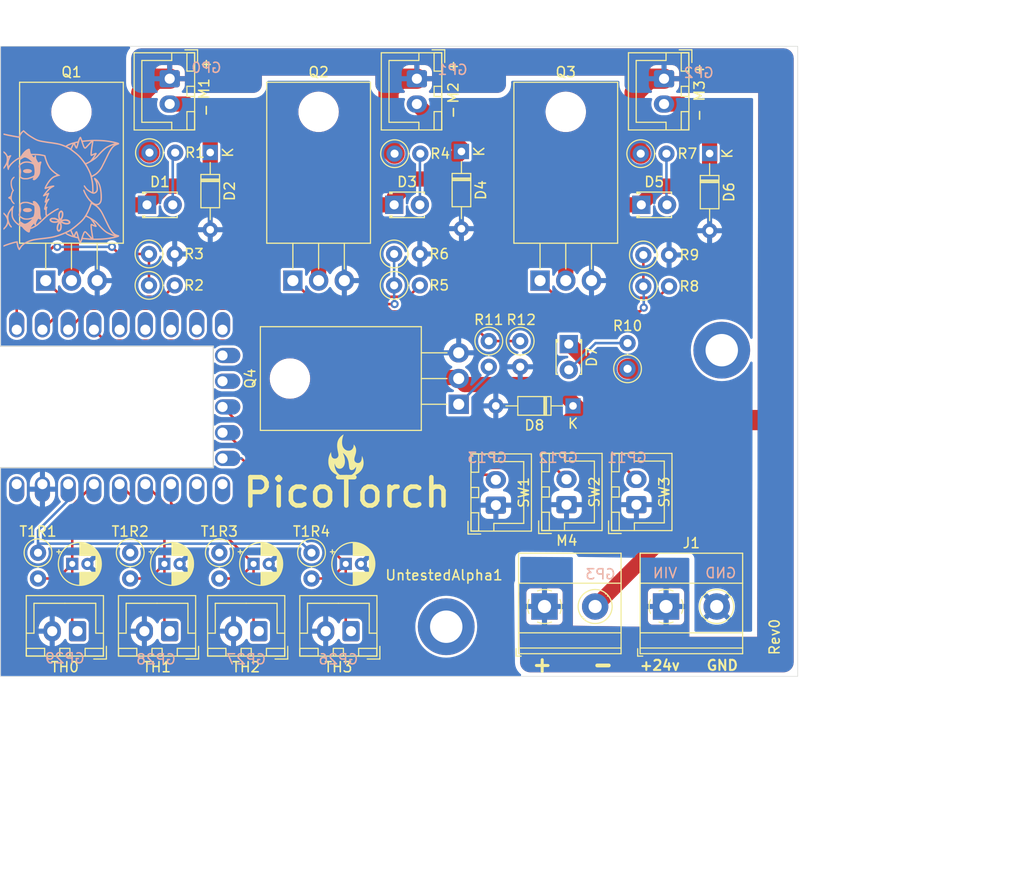
<source format=kicad_pcb>
(kicad_pcb (version 20221018) (generator pcbnew)
  (layers (0 "F.Cu" signal) (31 "B.Cu" signal) (34 "B.Paste" user) (35 "F.Paste" user) (36 "B.SilkS" user "B.Silkscreen") (37 "F.SilkS" user "F.Silkscreen") (38 "B.Mask" user) (39 "F.Mask" user) (44 "Edge.Cuts" user))
  (net 0 "")
  (net 1 "/Thermistor3")
  (net 2 "/Thermistor2")
  (net 3 "/Thermistor1")
  (net 4 "/Thermistor0")
  (net 5 "/Mosfet0")
  (net 6 "Net-(D1-A)")
  (net 7 "/Mosfet1")
  (net 8 "Net-(D3-A)")
  (net 9 "Net-(Q1-G)")
  (net 10 "Net-(Q2-G)")
  (net 11 "Net-(Q3-G)")
  (net 12 "/Vin")
  (net 13 "Net-(Q4-G)")
  (net 14 "/Mosfet2")
  (net 15 "/Mosfet3")
  (net 16 "/M0")
  (net 17 "/M2")
  (net 18 "GND")
  (net 19 "/M1")
  (net 20 "/M3")
  (net 28 "/GP13")
  (net 29 "/GP12")
  (net 30 "/GP11")
  (net 33 "+3.3V")
  (net 34 "+5V")
  (net 35 "Net-(D5-A)")
  (net 36 "Net-(D7-A)")
  (footprint "LED_THT:LED_D1.8mm_W3.3mm_H2.4mm" (layer "F.Cu") (at 103.06 48.85)
    (fp_text reference "D5" (at 1.27 -2.26) (layer "F.SilkS"))
    (fp_text value "LED")
    (pad "1" thru_hole rect (at 0 0) (size 1.8 1.8) (drill 0.9) (layers "*.Cu" "*.Mask") (net 14 "/Mosfet2"))
    (pad "2" thru_hole circle (at 2.54 0) (size 1.8 1.8) (drill 0.9) (layers "*.Cu" "*.Mask") (net 35 "Net-(D5-A)"))
  )
  (footprint "Resistor_THT:R_Axial_DIN0207_L6.3mm_D2.5mm_P2.54mm_Vertical" (layer "F.Cu") (at 54.455 56.8)
    (fp_text reference "R2" (at 4.445 0) (layer "F.SilkS"))
    (fp_text value "100")
    (pad "1" thru_hole circle (at 0 0) (size 1.6 1.6) (drill 0.8) (layers "*.Cu" "*.Mask") (net 16 "/M0"))
    (pad "2" thru_hole oval (at 2.54 0) (size 1.6 1.6) (drill 0.8) (layers "*.Cu" "*.Mask") (net 9 "Net-(Q1-G)"))
  )
  (footprint "Connector_JST:JST_XH_B2B-XH-A_1x02_P2.50mm_Vertical" (layer "F.Cu") (at 65.3 90.94 180)
    (fp_text reference "TH2" (at 1.25 -3.55) (layer "F.SilkS"))
    (fp_text value "Thermistor_NTC_100k" hide)
    (pad "1" thru_hole roundrect (at 0 0 180) (size 1.7 2) (drill 1) (layers "*.Cu" "*.Mask") (roundrect_rratio 0.1470588235) (net 2 "/Thermistor2"))
    (pad "2" thru_hole oval (at 2.5 0 180) (size 1.7 2) (drill 1) (layers "*.Cu" "*.Mask") (net 18 "GND"))
  )
  (footprint "Connector_JST:JST_XH_B2B-XH-A_1x02_P2.50mm_Vertical" (layer "F.Cu") (at 47.4 90.94 180)
    (fp_text reference "TH0" (at 1.25 -3.55) (layer "F.SilkS"))
    (fp_text value "Thermistor_NTC_100k" hide)
    (pad "1" thru_hole roundrect (at 0 0 180) (size 1.7 2) (drill 1) (layers "*.Cu" "*.Mask") (roundrect_rratio 0.1470588235) (net 4 "/Thermistor0"))
    (pad "2" thru_hole oval (at 2.5 0 180) (size 1.7 2) (drill 1) (layers "*.Cu" "*.Mask") (net 18 "GND"))
  )
  (footprint "Connector_JST:JST_XH_B2B-XH-A_1x02_P2.50mm_Vertical" (layer "F.Cu") (at 105.3 36.4 -90)
    (fp_text reference "M3" (at 1.2 -3.5 90) (layer "F.SilkS"))
    (fp_text value "Fan")
    (pad "1" thru_hole roundrect (at 0 0 270) (size 1.7 2) (drill 1) (layers "*.Cu" "*.Mask") (roundrect_rratio 0.1470588235) (net 12 "/Vin"))
    (pad "2" thru_hole oval (at 2.5 0 270) (size 1.7 2) (drill 1) (layers "*.Cu" "*.Mask") (net 14 "/Mosfet2"))
  )
  (footprint "Package_TO_SOT_THT:TO-220-3_Horizontal_TabDown" (layer "F.Cu") (at 85.03 68.54 90)
    (fp_text reference "Q4" (at 2.54 -20.58 90) (layer "F.SilkS"))
    (fp_text value "IRLB8721")
    (pad "" np_thru_hole oval (at 2.54 -16.66 90) (size 3.5 3.5) (drill 3.5) (layers "*.Cu" "*.Mask"))
    (pad "1" thru_hole rect (at 0 0 90) (size 1.905 2) (drill 1.1) (layers "*.Cu" "*.Mask") (net 13 "Net-(Q4-G)"))
    (pad "2" thru_hole oval (at 2.54 0 90) (size 1.905 2) (drill 1.1) (layers "*.Cu" "*.Mask") (net 15 "/Mosfet3"))
    (pad "3" thru_hole oval (at 5.08 0 90) (size 1.905 2) (drill 1.1) (layers "*.Cu" "*.Mask") (net 18 "GND"))
  )
  (footprint "MountingHole:MountingHole_3.2mm_M3_DIN965_Pad" (layer "F.Cu") (at 111 63.2)
    (fp_text reference "H2" hide)
    (fp_text value "MountingHole")
    (pad "1" thru_hole circle (at 0 0) (size 5.6 5.6) (drill 3.2) (layers "*.Cu" "*.Mask"))
  )
  (footprint "Resistor_THT:R_Axial_DIN0207_L6.3mm_D2.5mm_P2.54mm_Vertical" (layer "F.Cu") (at 52.6 83.2 -90)
    (fp_text reference "T1R2" (at -2.1 0 -180) (layer "F.SilkS"))
    (fp_text value "4.7k")
    (pad "1" thru_hole circle (at 0 0 270) (size 1.6 1.6) (drill 0.8) (layers "*.Cu" "*.Mask") (net 33 "+3.3V"))
    (pad "2" thru_hole oval (at 2.54 0 270) (size 1.6 1.6) (drill 0.8) (layers "*.Cu" "*.Mask") (net 3 "/Thermistor1"))
  )
  (footprint "Resistor_THT:R_Axial_DIN0207_L6.3mm_D2.5mm_P2.54mm_Vertical" (layer "F.Cu") (at 103 43.8)
    (fp_text reference "R7" (at 4.6 0) (layer "F.SilkS"))
    (fp_text value "4.7K")
    (pad "1" thru_hole circle (at 0 0) (size 1.6 1.6) (drill 0.8) (layers "*.Cu" "*.Mask") (net 12 "/Vin"))
    (pad "2" thru_hole oval (at 2.54 0) (size 1.6 1.6) (drill 0.8) (layers "*.Cu" "*.Mask") (net 35 "Net-(D5-A)"))
  )
  (footprint "Resistor_THT:R_Axial_DIN0207_L6.3mm_D2.5mm_P2.54mm_Vertical" (layer "F.Cu") (at 61.4 83.2 -90)
    (fp_text reference "T1R3" (at -2.1 0 -180) (layer "F.SilkS"))
    (fp_text value "4.7k")
    (pad "1" thru_hole circle (at 0 0 270) (size 1.6 1.6) (drill 0.8) (layers "*.Cu" "*.Mask") (net 33 "+3.3V"))
    (pad "2" thru_hole oval (at 2.54 0 270) (size 1.6 1.6) (drill 0.8) (layers "*.Cu" "*.Mask") (net 2 "/Thermistor2"))
  )
  (footprint "TerminalBlock_Phoenix:TerminalBlock_Phoenix_MKDS-1,5-2_1x02_P5.00mm_Horizontal" (layer "F.Cu") (at 93.5 88.505)
    (fp_text reference "M4" hide)
    (fp_text value "Fan")
    (fp_text user "${REFERENCE}" (at 2.2 -6.505) (layer "F.SilkS"))
    (pad "1" thru_hole rect (at 0 0) (size 2.6 2.6) (drill 1.3) (layers "*.Cu" "*.Mask") (net 12 "/Vin"))
    (pad "2" thru_hole circle (at 5 0) (size 2.6 2.6) (drill 1.3) (layers "*.Cu" "*.Mask") (net 15 "/Mosfet3"))
  )
  (footprint "Connector_JST:JST_XH_B2B-XH-A_1x02_P2.50mm_Vertical" (layer "F.Cu") (at 95.675 78.45 90)
    (fp_text reference "SW2" (at 1.25 2.75 90) (layer "F.SilkS"))
    (fp_text value "SW_Push_Dual_x2" hide)
    (pad "1" thru_hole roundrect (at 0 0 90) (size 1.7 2) (drill 1) (layers "*.Cu" "*.Mask") (roundrect_rratio 0.1470588235) (net 18 "GND"))
    (pad "2" thru_hole oval (at 2.5 0 90) (size 1.7 2) (drill 1) (layers "*.Cu" "*.Mask") (net 29 "/GP12"))
  )
  (footprint "Connector_JST:JST_XH_B2B-XH-A_1x02_P2.50mm_Vertical" (layer "F.Cu") (at 56.5 36.4 -90)
    (fp_text reference "M1" (at 1 -3.4 90) (layer "F.SilkS"))
    (fp_text value "Fan")
    (pad "1" thru_hole roundrect (at 0 0 270) (size 1.7 2) (drill 1) (layers "*.Cu" "*.Mask") (roundrect_rratio 0.1470588235) (net 12 "/Vin"))
    (pad "2" thru_hole oval (at 2.5 0 270) (size 1.7 2) (drill 1) (layers "*.Cu" "*.Mask") (net 5 "/Mosfet0"))
  )
  (footprint "Package_TO_SOT_THT:TO-220-3_Horizontal_TabDown" (layer "F.Cu") (at 44.26 56.33)
    (fp_text reference "Q1" (at 2.54 -20.58) (layer "F.SilkS"))
    (fp_text value "IRLB8721")
    (pad "" np_thru_hole oval (at 2.54 -16.66) (size 3.5 3.5) (drill 3.5) (layers "*.Cu" "*.Mask"))
    (pad "1" thru_hole rect (at 0 0) (size 1.905 2) (drill 1.1) (layers "*.Cu" "*.Mask") (net 9 "Net-(Q1-G)"))
    (pad "2" thru_hole oval (at 2.54 0) (size 1.905 2) (drill 1.1) (layers "*.Cu" "*.Mask") (net 5 "/Mosfet0"))
    (pad "3" thru_hole oval (at 5.08 0) (size 1.905 2) (drill 1.1) (layers "*.Cu" "*.Mask") (net 18 "GND"))
  )
  (footprint "Resistor_THT:R_Axial_DIN0207_L6.3mm_D2.5mm_P2.54mm_Vertical" (layer "F.Cu") (at 103.255 56.9)
    (fp_text reference "R8" (at 4.545 0) (layer "F.SilkS"))
    (fp_text value "100")
    (pad "1" thru_hole circle (at 0 0) (size 1.6 1.6) (drill 0.8) (layers "*.Cu" "*.Mask") (net 17 "/M2"))
    (pad "2" thru_hole oval (at 2.54 0) (size 1.6 1.6) (drill 0.8) (layers "*.Cu" "*.Mask") (net 11 "Net-(Q3-G)"))
  )
  (footprint "Diode_THT:D_DO-34_SOD68_P7.62mm_Horizontal" (layer "F.Cu") (at 109.8 43.785 -90)
    (fp_text reference "D6" (at 3.81 -1.92 -90) (layer "F.SilkS"))
    (fp_text value "D_SF64G")
    (fp_text user "K" (at 0 -1.75 -90) (layer "F.SilkS"))
    (pad "1" thru_hole rect (at 0 0 270) (size 1.5 1.5) (drill 0.75) (layers "*.Cu" "*.Mask") (net 14 "/Mosfet2"))
    (pad "2" thru_hole oval (at 7.62 0 270) (size 1.5 1.5) (drill 0.75) (layers "*.Cu" "*.Mask") (net 18 "GND"))
  )
  (footprint "Resistor_THT:R_Axial_DIN0207_L6.3mm_D2.5mm_P2.54mm_Vertical" (layer "F.Cu") (at 88 62.3 -90)
    (fp_text reference "R11" (at -2.1 0) (layer "F.SilkS"))
    (fp_text value "100")
    (pad "1" thru_hole circle (at 0 0 270) (size 1.6 1.6) (drill 0.8) (layers "*.Cu" "*.Mask") (net 20 "/M3"))
    (pad "2" thru_hole oval (at 2.54 0 270) (size 1.6 1.6) (drill 0.8) (layers "*.Cu" "*.Mask") (net 13 "Net-(Q4-G)"))
  )
  (footprint "Diode_THT:D_DO-34_SOD68_P7.62mm_Horizontal" (layer "F.Cu") (at 85.3 43.585 -90)
    (fp_text reference "D4" (at 3.81 -1.92 -90) (layer "F.SilkS"))
    (fp_text value "D_SF64G")
    (fp_text user "K" (at 0 -1.75 -90) (layer "F.SilkS"))
    (pad "1" thru_hole rect (at 0 0 270) (size 1.5 1.5) (drill 0.75) (layers "*.Cu" "*.Mask") (net 7 "/Mosfet1"))
    (pad "2" thru_hole oval (at 7.62 0 270) (size 1.5 1.5) (drill 0.75) (layers "*.Cu" "*.Mask") (net 18 "GND"))
  )
  (footprint "LED_THT:LED_D1.8mm_W3.3mm_H2.4mm" (layer "F.Cu") (at 54.26 48.85)
    (fp_text reference "D1" (at 1.27 -2.26) (layer "F.SilkS"))
    (fp_text value "LED")
    (pad "1" thru_hole rect (at 0 0) (size 1.8 1.8) (drill 0.9) (layers "*.Cu" "*.Mask") (net 5 "/Mosfet0"))
    (pad "2" thru_hole circle (at 2.54 0) (size 1.8 1.8) (drill 0.9) (layers "*.Cu" "*.Mask") (net 6 "Net-(D1-A)"))
  )
  (footprint "MountingHole:MountingHole_3.2mm_M3_DIN965_Pad" (layer "F.Cu") (at 83.8 90.5)
    (fp_text reference "H1" hide)
    (fp_text value "MountingHole")
    (pad "1" thru_hole circle (at 0 0) (size 5.6 5.6) (drill 3.2) (layers "*.Cu" "*.Mask"))
  )
  (footprint "Capacitor_THT:CP_Radial_D4.0mm_P1.50mm" (layer "F.Cu") (at 73.877401 84.3)
    (fp_text reference "C4" hide)
    (fp_text value "4.7uF" hide)
    (pad "1" thru_hole rect (at 0 0) (size 1.2 1.2) (drill 0.6) (layers "*.Cu" "*.Mask") (net 1 "/Thermistor3"))
    (pad "2" thru_hole circle (at 1.5 0) (size 1.2 1.2) (drill 0.6) (layers "*.Cu" "*.Mask") (net 18 "GND"))
  )
  (footprint "LED_THT:LED_D1.8mm_W3.3mm_H2.4mm" (layer "F.Cu") (at 95.9 62.6 -90)
    (fp_text reference "D7" (at 1.27 -2.26 -90) (layer "F.SilkS"))
    (fp_text value "LED")
    (pad "1" thru_hole rect (at 0 0 270) (size 1.8 1.8) (drill 0.9) (layers "*.Cu" "*.Mask") (net 15 "/Mosfet3"))
    (pad "2" thru_hole circle (at 2.54 0 270) (size 1.8 1.8) (drill 0.9) (layers "*.Cu" "*.Mask") (net 36 "Net-(D7-A)"))
  )
  (footprint "Resistor_THT:R_Axial_DIN0207_L6.3mm_D2.5mm_P2.54mm_Vertical" (layer "F.Cu") (at 54.455 53.7)
    (fp_text reference "R3" (at 4.445 0) (layer "F.SilkS"))
    (fp_text value "10K")
    (pad "1" thru_hole circle (at 0 0) (size 1.6 1.6) (drill 0.8) (layers "*.Cu" "*.Mask") (net 16 "/M0"))
    (pad "2" thru_hole oval (at 2.54 0) (size 1.6 1.6) (drill 0.8) (layers "*.Cu" "*.Mask") (net 18 "GND"))
  )
  (footprint "Connector_JST:JST_XH_B2B-XH-A_1x02_P2.50mm_Vertical" (layer "F.Cu") (at 102.575 78.45 90)
    (fp_text reference "SW3" (at 1.25 2.75 90) (layer "F.SilkS"))
    (fp_text value "SW_Push_Dual_x2" hide)
    (pad "1" thru_hole roundrect (at 0 0 90) (size 1.7 2) (drill 1) (layers "*.Cu" "*.Mask") (roundrect_rratio 0.1470588235) (net 18 "GND"))
    (pad "2" thru_hole oval (at 2.5 0 90) (size 1.7 2) (drill 1) (layers "*.Cu" "*.Mask") (net 30 "/GP11"))
  )
  (footprint "Connector_JST:JST_XH_B2B-XH-A_1x02_P2.50mm_Vertical" (layer "F.Cu") (at 88.7 78.5 90)
    (fp_text reference "SW1" (at 1.25 2.75 90) (layer "F.SilkS"))
    (fp_text value "SW_Push_Dual_x2" hide)
    (pad "1" thru_hole roundrect (at 0 0 90) (size 1.7 2) (drill 1) (layers "*.Cu" "*.Mask") (roundrect_rratio 0.1470588235) (net 18 "GND"))
    (pad "2" thru_hole oval (at 2.5 0 90) (size 1.7 2) (drill 1) (layers "*.Cu" "*.Mask") (net 28 "/GP13"))
  )
  (footprint "Resistor_THT:R_Axial_DIN0207_L6.3mm_D2.5mm_P2.54mm_Vertical" (layer "F.Cu") (at 91.1 62.3 -90)
    (fp_text reference "R12" (at -2.1 -0.1) (layer "F.SilkS"))
    (fp_text value "10K")
    (pad "1" thru_hole circle (at 0 0 270) (size 1.6 1.6) (drill 0.8) (layers "*.Cu" "*.Mask") (net 20 "/M3"))
    (pad "2" thru_hole oval (at 2.54 0 270) (size 1.6 1.6) (drill 0.8) (layers "*.Cu" "*.Mask") (net 18 "GND"))
  )
  (footprint "Connector_JST:JST_XH_B2B-XH-A_1x02_P2.50mm_Vertical" (layer "F.Cu") (at 56.5 90.94 180)
    (fp_text reference "TH1" (at 1.25 -3.55) (layer "F.SilkS"))
    (fp_text value "Thermistor_NTC_100k" hide)
    (pad "1" thru_hole roundrect (at 0 0 180) (size 1.7 2) (drill 1) (layers "*.Cu" "*.Mask") (roundrect_rratio 0.1470588235) (net 3 "/Thermistor1"))
    (pad "2" thru_hole oval (at 2.5 0 180) (size 1.7 2) (drill 1) (layers "*.Cu" "*.Mask") (net 18 "GND"))
  )
  (footprint "Resistor_THT:R_Axial_DIN0207_L6.3mm_D2.5mm_P2.54mm_Vertical" (layer "F.Cu") (at 78.655 53.7)
    (fp_text reference "R6" (at 4.445 0) (layer "F.SilkS"))
    (fp_text value "10K")
    (pad "1" thru_hole circle (at 0 0) (size 1.6 1.6) (drill 0.8) (layers "*.Cu" "*.Mask") (net 19 "/M1"))
    (pad "2" thru_hole oval (at 2.54 0) (size 1.6 1.6) (drill 0.8) (layers "*.Cu" "*.Mask") (net 18 "GND"))
  )
  (footprint "Diode_THT:D_DO-34_SOD68_P7.62mm_Horizontal" (layer "F.Cu") (at 96.315 68.7 180)
    (fp_text reference "D8" (at 3.81 -1.92 180) (layer "F.SilkS"))
    (fp_text value "D_SF64G")
    (fp_text user "K" (at 0 -1.75 180) (layer "F.SilkS"))
    (pad "1" thru_hole rect (at 0 0 180) (size 1.5 1.5) (drill 0.75) (layers "*.Cu" "*.Mask") (net 15 "/Mosfet3"))
    (pad "2" thru_hole oval (at 7.62 0 180) (size 1.5 1.5) (drill 0.75) (layers "*.Cu" "*.Mask") (net 18 "GND"))
  )
  (footprint "Connector_JST:JST_XH_B2B-XH-A_1x02_P2.50mm_Vertical" (layer "F.Cu") (at 74.4 90.94 180)
    (fp_text reference "TH3" (at 1.25 -3.55) (layer "F.SilkS"))
    (fp_text value "Thermistor_NTC_100k" hide)
    (pad "1" thru_hole roundrect (at 0 0 180) (size 1.7 2) (drill 1) (layers "*.Cu" "*.Mask") (roundrect_rratio 0.1470588235) (net 1 "/Thermistor3"))
    (pad "2" thru_hole oval (at 2.5 0 180) (size 1.7 2) (drill 1) (layers "*.Cu" "*.Mask") (net 18 "GND"))
  )
  (footprint "Capacitor_THT:CP_Radial_D4.0mm_P1.50mm" (layer "F.Cu") (at 46.877401 84.3)
    (fp_text reference "C1" hide)
    (fp_text value "4.7uF" hide)
    (pad "1" thru_hole rect (at 0 0) (size 1.2 1.2) (drill 0.6) (layers "*.Cu" "*.Mask") (net 4 "/Thermistor0"))
    (pad "2" thru_hole circle (at 1.5 0) (size 1.2 1.2) (drill 0.6) (layers "*.Cu" "*.Mask") (net 18 "GND"))
  )
  (footprint "Resistor_THT:R_Axial_DIN0207_L6.3mm_D2.5mm_P2.54mm_Vertical" (layer "F.Cu") (at 70.5 83.2 -90)
    (fp_text reference "T1R4" (at -2.1 0 -180) (layer "F.SilkS"))
    (fp_text value "4.7k")
    (pad "1" thru_hole circle (at 0 0 270) (size 1.6 1.6) (drill 0.8) (layers "*.Cu" "*.Mask") (net 33 "+3.3V"))
    (pad "2" thru_hole oval (at 2.54 0 270) (size 1.6 1.6) (drill 0.8) (layers "*.Cu" "*.Mask") (net 1 "/Thermistor3"))
  )
  (footprint "LED_THT:LED_D1.8mm_W3.3mm_H2.4mm" (layer "F.Cu") (at 78.66 48.85)
    (fp_text reference "D3" (at 1.27 -2.26) (layer "F.SilkS"))
    (fp_text value "LED")
    (pad "1" thru_hole rect (at 0 0) (size 1.8 1.8) (drill 0.9) (layers "*.Cu" "*.Mask") (net 7 "/Mosfet1"))
    (pad "2" thru_hole circle (at 2.54 0) (size 1.8 1.8) (drill 0.9) (layers "*.Cu" "*.Mask") (net 8 "Net-(D3-A)"))
  )
  (footprint "Capacitor_THT:CP_Radial_D4.0mm_P1.50mm" (layer "F.Cu") (at 64.777401 84.3)
    (fp_text reference "C3" hide)
    (fp_text value "4.7uF" hide)
    (pad "1" thru_hole rect (at 0 0) (size 1.2 1.2) (drill 0.6) (layers "*.Cu" "*.Mask") (net 2 "/Thermistor2"))
    (pad "2" thru_hole circle (at 1.5 0) (size 1.2 1.2) (drill 0.6) (layers "*.Cu" "*.Mask") (net 18 "GND"))
  )
  (footprint "Resistor_THT:R_Axial_DIN0207_L6.3mm_D2.5mm_P2.54mm_Vertical" (layer "F.Cu") (at 54.5 43.7)
    (fp_text reference "R1" (at 4.5 0) (layer "F.SilkS"))
    (fp_text value "4.7K")
    (pad "1" thru_hole circle (at 0 0) (size 1.6 1.6) (drill 0.8) (layers "*.Cu" "*.Mask") (net 12 "/Vin"))
    (pad "2" thru_hole oval (at 2.54 0) (size 1.6 1.6) (drill 0.8) (layers "*.Cu" "*.Mask") (net 6 "Net-(D1-A)"))
  )
  (footprint "Connector_JST:JST_XH_B2B-XH-A_1x02_P2.50mm_Vertical" (layer "F.Cu") (at 80.9 36.4 -90)
    (fp_text reference "M2" (at 1.4 -3.6 90) (layer "F.SilkS"))
    (fp_text value "Fan")
    (pad "1" thru_hole roundrect (at 0 0 270) (size 1.7 2) (drill 1) (layers "*.Cu" "*.Mask") (roundrect_rratio 0.1470588235) (net 12 "/Vin"))
    (pad "2" thru_hole oval (at 2.5 0 270) (size 1.7 2) (drill 1) (layers "*.Cu" "*.Mask") (net 7 "/Mosfet1"))
  )
  (footprint "Resistor_THT:R_Axial_DIN0207_L6.3mm_D2.5mm_P2.54mm_Vertical" (layer "F.Cu") (at 103.26 53.8)
    (fp_text reference "R9" (at 4.54 0) (layer "F.SilkS"))
    (fp_text value "10K")
    (pad "1" thru_hole circle (at 0 0) (size 1.6 1.6) (drill 0.8) (layers "*.Cu" "*.Mask") (net 17 "/M2"))
    (pad "2" thru_hole oval (at 2.54 0) (size 1.6 1.6) (drill 0.8) (layers "*.Cu" "*.Mask") (net 18 "GND"))
  )
  (footprint "Capacitor_THT:CP_Radial_D4.0mm_P1.50mm" (layer "F.Cu") (at 55.977401 84.3)
    (fp_text reference "C2" hide)
    (fp_text value "4.7uF" hide)
    (pad "1" thru_hole rect (at 0 0) (size 1.2 1.2) (drill 0.6) (layers "*.Cu" "*.Mask") (net 3 "/Thermistor1"))
    (pad "2" thru_hole circle (at 1.5 0) (size 1.2 1.2) (drill 0.6) (layers "*.Cu" "*.Mask") (net 18 "GND"))
  )
  (footprint "TerminalBlock_Phoenix:TerminalBlock_Phoenix_MKDS-1,5-2_1x02_P5.00mm_Horizontal" (layer "F.Cu") (at 105.5 88.505)
    (fp_text reference "J1" (at 2.5 -6.26) (layer "F.SilkS"))
    (fp_text value "Screw_Terminal_01x02")
    (fp_text user "VIN" (at -0.1 -3.305 unlocked) (layer "B.SilkS") (effects (justify mirror)))
    (pad "1" thru_hole rect (at 0 0) (size 2.6 2.6) (drill 1.3) (layers "*.Cu" "*.Mask") (net 12 "/Vin"))
    (pad "2" thru_hole circle (at 5 0) (size 2.6 2.6) (drill 1.3) (layers "*.Cu" "*.Mask") (net 18 "GND"))
  )
  (footprint "Package_TO_SOT_THT:TO-220-3_Horizontal_TabDown" (layer "F.Cu") (at 93.06 56.33)
    (fp_text reference "Q3" (at 2.54 -20.58) (layer "F.SilkS"))
    (fp_text value "IRLB8721")
    (pad "" np_thru_hole oval (at 2.54 -16.66) (size 3.5 3.5) (drill 3.5) (layers "F&B.Cu" "*.Mask"))
    (pad "1" thru_hole rect (at 0 0) (size 1.905 2) (drill 1.1) (layers "*.Cu" "*.Mask") (net 11 "Net-(Q3-G)"))
    (pad "2" thru_hole oval (at 2.54 0) (size 1.905 2) (drill 1.1) (layers "*.Cu" "*.Mask") (net 14 "/Mosfet2"))
    (pad "3" thru_hole oval (at 5.08 0) (size 1.905 2) (drill 1.1) (layers "*.Cu" "*.Mask") (net 18 "GND"))
  )
  (footprint "Diode_THT:D_DO-34_SOD68_P7.62mm_Horizontal" (layer "F.Cu") (at 60.5 43.685 -90)
    (fp_text reference "D2" (at 3.81 -1.92 -90) (layer "F.SilkS"))
    (fp_text value "D_SF64G")
    (fp_text user "K" (at 0 -1.75 -90) (layer "F.SilkS"))
    (pad "1" thru_hole rect (at 0 0 270) (size 1.5 1.5) (drill 0.75) (layers "*.Cu" "*.Mask") (net 5 "/Mosfet0"))
    (pad "2" thru_hole oval (at 7.62 0 270) (size 1.5 1.5) (drill 0.75) (layers "*.Cu" "*.Mask") (net 18 "GND"))
  )
  (footprint "Resistor_THT:R_Axial_DIN0207_L6.3mm_D2.5mm_P2.54mm_Vertical" (layer "F.Cu") (at 101.7 65.04 90)
    (fp_text reference "R10" (at 4.24 0 180) (layer "F.SilkS"))
    (fp_text value "4.7K")
    (pad "1" thru_hole circle (at 0 0 90) (size 1.6 1.6) (drill 0.8) (layers "*.Cu" "*.Mask") (net 12 "/Vin"))
    (pad "2" thru_hole oval (at 2.54 0 90) (size 1.6 1.6) (drill 0.8) (layers "*.Cu" "*.Mask") (net 36 "Net-(D7-A)"))
  )
  (footprint "Resistor_THT:R_Axial_DIN0207_L6.3mm_D2.5mm_P2.54mm_Vertical" (layer "F.Cu") (at 78.7 43.8)
    (fp_text reference "R4" (at 4.5 0) (layer "F.SilkS"))
    (fp_text value "4.7K")
    (pad "1" thru_hole circle (at 0 0) (size 1.6 1.6) (drill 0.8) (layers "*.Cu" "*.Mask") (net 12 "/Vin"))
    (pad "2" thru_hole oval (at 2.54 0) (size 1.6 1.6) (drill 0.8) (layers "*.Cu" "*.Mask") (net 8 "Net-(D3-A)"))
  )
  (footprint "Resistor_THT:R_Axial_DIN0207_L6.3mm_D2.5mm_P2.54mm_Vertical" (layer "F.Cu") (at 43.5 83.2 -90)
    (fp_text reference "T1R1" (at -2.1 0 -180) (layer "F.SilkS"))
    (fp_text value "4.7k")
    (pad "1" thru_hole circle (at 0 0 270) (size 1.6 1.6) (drill 0.8) (layers "*.Cu" "*.Mask") (net 33 "+3.3V"))
    (pad "2" thru_hole oval (at 2.54 0 270) (size 1.6 1.6) (drill 0.8) (layers "*.Cu" "*.Mask") (net 4 "/Thermistor0"))
  )
  (footprint "Package_TO_SOT_THT:TO-220-3_Horizontal_TabDown" (layer "F.Cu") (at 68.66 56.33)
    (fp_text reference "Q2" (at 2.54 -20.58) (layer "F.SilkS"))
    (fp_text value "IRLB8721")
    (pad "" np_thru_hole oval (at 2.54 -16.66) (size 3.5 3.5) (drill 3.5) (layers "F&B.Cu" "*.Mask"))
    (pad "1" thru_hole rect (at 0 0) (size 1.905 2) (drill 1.1) (layers "*.Cu" "*.Mask") (net 10 "Net-(Q2-G)"))
    (pad "2" thru_hole oval (at 2.54 0) (size 1.905 2) (drill 1.1) (layers "*.Cu" "*.Mask") (net 7 "/Mosfet1"))
    (pad "3" thru_hole oval (at 5.08 0) (size 1.905 2) (drill 1.1) (layers "*.Cu" "*.Mask") (net 18 "GND"))
  )
  (footprint "mcu:rp2040-zero-tht" (layer "F.Cu") (at 51.556 68.804 90)
    (fp_text reference "ZERO1" hide)
    (fp_text value "RP2040Zero" hide)
    (fp_line (start -6 -11.75) (end -6 9.25) (stroke (width 0.12)) (layer "Edge.Cuts"))
    (fp_line (start -6 9.25) (end 6 9.25) (stroke (width 0.12)) (layer "Edge.Cuts"))
    (fp_line (start 6 9.25) (end 6 -11.75) (stroke (width 0.12)) (layer "Edge.Cuts"))
    (pad "1" thru_hole oval (at 7.62 -10.16 270) (size 2.5 1.5) (drill 1 (offset -0.5 0)) (layers "*.Cu" "*.Mask") (net 16 "/M0"))
    (pad "2" thru_hole oval (at 7.62 -7.62 270) (size 2.5 1.5) (drill 1 (offset -0.5 0)) (layers "*.Cu" "*.Mask") (net 19 "/M1"))
    (pad "3" thru_hole oval (at 7.62 -5.08 270) (size 2.5 1.5) (drill 1 (offset -0.5 0)) (layers "*.Cu" "*.Mask") (net 17 "/M2"))
    (pad "4" thru_hole oval (at 7.62 -2.54 270) (size 2.5 1.5) (drill 1 (offset -0.5 0)) (layers "*.Cu" "*.Mask") (net 20 "/M3"))
    (pad "5" thru_hole oval (at 7.62 0 270) (size 2.5 1.5) (drill 1 (offset -0.5 0)) (layers "*.Cu" "*.Mask"))
    (pad "6" thru_hole oval (at 7.62 2.54 270) (size 2.5 1.5) (drill 1 (offset -0.5 0)) (layers "*.Cu" "*.Mask"))
    (pad "7" thru_hole oval (at 7.62 5.08 270) (size 2.5 1.5) (drill 1 (offset -0.5 0)) (layers "*.Cu" "*.Mask"))
    (pad "8" thru_hole oval (at 7.62 7.62 270) (size 2.5 1.5) (drill 1 (offset -0.5 0)) (layers "*.Cu" "*.Mask"))
    (pad "9" thru_hole oval (at 7.62 10.16 270) (size 2.5 1.5) (drill 1 (offset -0.5 0)) (layers "*.Cu" "*.Mask"))
    (pad "10" thru_hole oval (at 5.08 10.16 180) (size 2.5 1.5) (drill 1 (offset -0.5 0)) (layers "*.Cu" "*.Mask"))
    (pad "11" thru_hole oval (at 2.54 10.16 180) (size 2.5 1.5) (drill 1 (offset -0.5 0)) (layers "*.Cu" "*.Mask"))
    (pad "12" thru_hole oval (at 0 10.16 180) (size 2.5 1.5) (drill 1 (offset -0.5 0)) (layers "*.Cu" "*.Mask") (net 30 "/GP11"))
    (pad "13" thru_hole oval (at -2.54 10.16 180) (size 2.5 1.5) (drill 1 (offset -0.5 0)) (layers "*.Cu" "*.Mask") (net 29 "/GP12"))
    (pad "14" thru_hole oval (at -5.08 10.16 180) (size 2.5 1.5) (drill 1 (offset -0.5 0)) (layers "*.Cu" "*.Mask") (net 28 "/GP13"))
    (pad "15" thru_hole oval (at -7.62 10.16 90) (size 2.5 1.5) (drill 1 (offset -0.5 0)) (layers "*.Cu" "*.Mask"))
    (pad "16" thru_hole oval (at -7.62 7.62 90) (size 2.5 1.5) (drill 1 (offset -0.5 0)) (layers "*.Cu" "*.Mask"))
    (pad "17" thru_hole oval (at -7.62 5.08 90) (size 2.5 1.5) (drill 1 (offset -0.5 0)) (layers "*.Cu" "*.Mask") (net 1 "/Thermistor3"))
    (pad "18" thru_hole oval (at -7.62 2.54 90) (size 2.5 1.5) (drill 1 (offset -0.5 0)) (layers "*.Cu" "*.Mask") (net 2 "/Thermistor2"))
    (pad "19" thru_hole oval (at -7.62 0 90) (size 2.5 1.5) (drill 1 (offset -0.5 0)) (layers "*.Cu" "*.Mask") (net 3 "/Thermistor1"))
    (pad "20" thru_hole oval (at -7.62 -2.54 90) (size 2.5 1.5) (drill 1 (offset -0.5 0)) (layers "*.Cu" "*.Mask") (net 4 "/Thermistor0"))
    (pad "21" thru_hole oval (at -7.62 -5.08 90) (size 2.5 1.5) (drill 1 (offset -0.5 0)) (layers "*.Cu" "*.Mask") (net 33 "+3.3V"))
    (pad "22" thru_hole oval (at -7.62 -7.62 90) (size 2.5 1.5) (drill 1 (offset -0.5 0)) (layers "*.Cu" "*.Mask") (net 18 "GND"))
    (pad "23" thru_hole oval (at -7.62 -10.16 90) (size 2.5 1.5) (drill 1 (offset -0.5 0)) (layers "*.Cu" "*.Mask") (net 34 "+5V"))
  )
  (footprint "LOGO" (layer "F.Cu") (at 73.9 73.6)
    (fp_text reference "G***" hide)
    (fp_text value "LOGO" hide)
  )
  (footprint "Resistor_THT:R_Axial_DIN0207_L6.3mm_D2.5mm_P2.54mm_Vertical" (layer "F.Cu") (at 78.655 56.8)
    (fp_text reference "R5" (at 4.445 0) (layer "F.SilkS"))
    (fp_text value "100")
    (pad "1" thru_hole circle (at 0 0) (size 1.6 1.6) (drill 0.8) (layers "*.Cu" "*.Mask") (net 19 "/M1"))
    (pad "2" thru_hole oval (at 2.54 0) (size 1.6 1.6) (drill 0.8) (layers "*.Cu" "*.Mask") (net 10 "Net-(Q2-G)"))
  )
  (footprint "LOGO" (layer "B.Cu") (at 46.08513 47.372165 90)
    (fp_text reference "G***" hide)
    (fp_text value "LOGO" hide)
  )
  (gr_line (start 39.8 95.4) (end 39.8 77.8) (stroke (width 0.05)) (layer "Edge.Cuts"))
  (gr_line (start 39.8 77.8) (end 39.806 74.804) (stroke (width 0.05)) (layer "Edge.Cuts"))
  (gr_line (start 39.806 62.804) (end 39.8 33.2) (stroke (width 0.05)) (layer "Edge.Cuts"))
  (gr_line (start 118.5 33.2) (end 39.8 33.2) (stroke (width 0.05)) (layer "Edge.Cuts"))
  (gr_line (start 118.5 95.4) (end 39.8 95.4) (stroke (width 0.05)) (layer "Edge.Cuts"))
  (gr_line (start 118.5 33.2) (end 118.5 95.4) (stroke (width 0.05)) (layer "Edge.Cuts"))
  (gr_text "GP28" (at 57.2 94.3) (layer "B.SilkS") (effects (font (size 1 1)) (justify left bottom mirror)))
  (gr_text "GP0" (at 61.7 35.9) (layer "B.SilkS") (effects (font (size 1 1)) (justify left bottom mirror)))
  (gr_text "GP27" (at 66.1 94.3) (layer "B.SilkS") (effects (font (size 1 1)) (justify left bottom mirror)))
  (gr_text "GND" (at 110.9 85.2) (layer "B.SilkS") (effects (font (size 1 1)) (justify mirror)))
  (gr_text "GP12" (at 96.9 74.4) (layer "B.SilkS") (effects (font (size 1 1)) (justify left bottom mirror)))
  (gr_text "GP26" (at 75.2 94.3) (layer "B.SilkS") (effects (font (size 1 1)) (justify left bottom mirror)))
  (gr_text "GP2" (at 110.3 36.4) (layer "B.SilkS") (effects (font (size 1 1)) (justify left bottom mirror)))
  (gr_text "GP29" (at 48.2 94.2) (layer "B.SilkS") (effects (font (size 1 1)) (justify left bottom mirror)))
  (gr_text "GP11" (at 103.7 74.4) (layer "B.SilkS") (effects (font (size 1 1)) (justify left bottom mirror)))
  (gr_text "GP13" (at 89.9 74.4) (layer "B.SilkS") (effects (font (size 1 1)) (justify left bottom mirror)))
  (gr_text "GP3" (at 100.6 85.9) (layer "B.SilkS") (effects (font (size 1 1)) (justify left bottom mirror)))
  (gr_text "GP1" (at 86 36.1) (layer "B.SilkS") (effects (font (size 1 1)) (justify left bottom mirror)))
  (gr_text "+" (at 83.8 35.7) (layer "F.SilkS") (effects (font (size 1 1)) (justify left bottom)))
  (gr_text "PicoTorch" (at 63.5 78.9) (layer "F.SilkS") (effects (font (size 2.8 2.8) (thickness 0.45)) (justify left bottom)))
  (gr_text "-" (at 108.3 39.3 270) (layer "F.SilkS") (effects (font (size 1 1)) (justify left bottom)))
  (gr_text "UntestedAlpha1" (at 77.7 86) (layer "F.SilkS") (effects (font (size 1 1)) (justify left bottom)))
  (gr_text "Rev0" (at 116.8 93.4 90) (layer "F.SilkS") (effects (font (size 1 1)) (justify left bottom)))
  (gr_text "+24v" (at 102.8 94.9) (layer "F.SilkS") (effects (font (size 1 1) (thickness 0.2) bold) (justify left bottom)))
  (gr_text "GND" (at 109.4 94.9) (layer "F.SilkS") (effects (font (size 1 1) (thickness 0.2) bold) (justify left bottom)))
  (gr_text "+" (at 108.1 36) (layer "F.SilkS") (effects (font (size 1 1)) (justify left bottom)))
  (gr_text "+" (at 59.4 35.5) (layer "F.SilkS") (effects (font (size 1 1)) (justify left bottom)))
  (gr_text "-" (at 98.1 95.1) (layer "F.SilkS") (effects (font (size 1.5 1.5) (thickness 0.375) bold) (justify left bottom)))
  (gr_text "-" (at 59.6 38.8 270) (layer "F.SilkS") (effects (font (size 1 1)) (justify left bottom)))
  (gr_text "-" (at 84 39 270) (layer "F.SilkS") (effects (font (size 1 1)) (justify left bottom)))
  (gr_text "+" (at 94.4 95.1) (layer "F.SilkS") (effects (font (size 1.5 1.5) (thickness 0.3) bold) (justify left bottom mirror)))
  (segment (start 56.636 78.336) (end 56.636 76.424) (width 0.25) (layer "F.Cu") (net 1))
  (segment (start 73.877401 84.3) (end 70.877401 81.3) (width 0.25) (layer "F.Cu") (net 1))
  (segment (start 73.877401 84.3) (end 73.877401 90.417401) (width 0.25) (layer "F.Cu") (net 1))
  (segment (start 59.6 81.3) (end 56.636 78.336) (width 0.25) (layer "F.Cu") (net 1))
  (segment (start 73.877401 90.417401) (end 74.4 90.94) (width 0.25) (layer "F.Cu") (net 1))
  (segment (start 70.877401 81.3) (end 59.6 81.3) (width 0.25) (layer "F.Cu") (net 1))
  (segment (start 70.5 85.74) (end 72.437401 85.74) (width 0.25) (layer "F.Cu") (net 1))
  (segment (start 72.437401 85.74) (end 73.877401 84.3) (width 0.25) (layer "F.Cu") (net 1))
  (segment (start 62.227401 81.75) (end 59.413604 81.75) (width 0.25) (layer "F.Cu") (net 2))
  (segment (start 63.337401 85.74) (end 64.777401 84.3) (width 0.25) (layer "F.Cu") (net 2))
  (segment (start 64.777401 90.417401) (end 64.777401 84.3) (width 0.25) (layer "F.Cu") (net 2))
  (segment (start 64.777401 84.3) (end 62.227401 81.75) (width 0.25) (layer "F.Cu") (net 2))
  (segment (start 54.096 76.432396) (end 54.096 76.424) (width 0.25) (layer "F.Cu") (net 2))
  (segment (start 61.4 85.74) (end 63.337401 85.74) (width 0.25) (layer "F.Cu") (net 2))
  (segment (start 65.3 90.94) (end 64.777401 90.417401) (width 0.25) (layer "F.Cu") (net 2))
  (segment (start 59.413604 81.75) (end 54.096 76.432396) (width 0.25) (layer "F.Cu") (net 2))
  (segment (start 56.5 90.94) (end 55.977401 90.417401) (width 0.25) (layer "F.Cu") (net 3))
  (segment (start 55.977401 84.3) (end 55.977401 80.845401) (width 0.25) (layer "F.Cu") (net 3))
  (segment (start 52.6 85.74) (end 54.537401 85.74) (width 0.25) (layer "F.Cu") (net 3))
  (segment (start 54.537401 85.74) (end 55.977401 84.3) (width 0.25) (layer "F.Cu") (net 3))
  (segment (start 55.977401 80.845401) (end 51.556 76.424) (width 0.25) (layer "F.Cu") (net 3))
  (segment (start 55.977401 90.417401) (end 55.977401 84.3) (width 0.25) (layer "F.Cu") (net 3))
  (segment (start 43.5 85.74) (end 45.437401 85.74) (width 0.25) (layer "F.Cu") (net 4))
  (segment (start 46.877401 78.562599) (end 49.016 76.424) (width 0.25) (layer "F.Cu") (net 4))
  (segment (start 45.437401 85.74) (end 46.877401 84.3) (width 0.25) (layer "F.Cu") (net 4))
  (segment (start 46.877401 90.417401) (end 47.4 90.94) (width 0.25) (layer "F.Cu") (net 4))
  (segment (start 46.877401 84.3) (end 46.877401 78.562599) (width 0.25) (layer "F.Cu") (net 4))
  (segment (start 46.877401 84.3) (end 46.877401 90.417401) (width 0.25) (layer "F.Cu") (net 4))
  (segment (start 56.033704 47) (end 54.26 48.773704) (width 1.5) (layer "F.Cu") (net 5))
  (segment (start 51.86 48.85) (end 49.21 51.5) (width 1.5) (layer "F.Cu") (net 5))
  (segment (start 56.5 38.9) (end 58.15 38.9) (width 1.5) (layer "F.Cu") (net 5))
  (segment (start 54.26 48.85) (end 51.86 48.85) (width 1.5) (layer "F.Cu") (net 5))
  (segment (start 60.5 41.25) (end 60.5 46.05) (width 1.5) (layer "F.Cu") (net 5))
  (segment (start 49.21 51.5) (end 46.8 51.5) (width 1.5) (layer "F.Cu") (net 5))
  (segment (start 54.26 48.773704) (end 54.26 48.85) (width 1.5) (layer "F.Cu") (net 5))
  (segment (start 59.55 47) (end 56.033704 47) (width 1.5) (layer "F.Cu") (net 5))
  (segment (start 46.8 51.5) (end 46.8 56.33) (width 1.5) (layer "F.Cu") (net 5))
  (segment (start 60.5 46.05) (end 59.55 47) (width 1.5) (layer "F.Cu") (net 5))
  (segment (start 58.15 38.9) (end 60.5 41.25) (width 1.5) (layer "F.Cu") (net 5))
  (segment (start 56.8 43.94) (end 57.04 43.7) (width 0.25) (layer "B.Cu") (net 6))
  (segment (start 56.8 48.85) (end 56.8 43.94) (width 0.25) (layer "B.Cu") (net 6))
  (segment (start 78.66 48.14) (end 78.66 48.85) (width 1.5) (layer "F.Cu") (net 7))
  (segment (start 80.9 38.9) (end 85.3 43.3) (width 1.5) (layer "F.Cu") (net 7))
  (segment (start 78.66 48.85) (end 76.26 48.85) (width 1.5) (layer "F.Cu") (net 7))
  (segment (start 73.51 51.6) (end 71.2 51.6) (width 1.5) (layer "F.Cu") (net 7))
  (segment (start 80.500001 46.299999) (end 78.66 48.14) (width 1.5) (layer "F.Cu") (net 7))
  (segment (start 82.585001 46.299999) (end 80.500001 46.299999) (width 1.5) (layer "F.Cu") (net 7))
  (segment (start 85.3 43.3) (end 85.3 43.585) (width 1.5) (layer "F.Cu") (net 7))
  (segment (start 76.26 48.85) (end 73.51 51.6) (width 1.5) (layer "F.Cu") (net 7))
  (segment (start 85.3 43.585) (end 82.585001 46.299999) (width 1.5) (layer "F.Cu") (net 7))
  (segment (start 71.2 51.6) (end 71.2 56.33) (width 1.5) (layer "F.Cu") (net 7))
  (segment (start 81.2 43.84) (end 81.24 43.8) (width 0.25) (layer "B.Cu") (net 8))
  (segment (start 81.2 48.85) (end 81.2 43.84) (width 0.25) (layer "B.Cu") (net 8))
  (segment (start 45.855 57.925) (end 44.26 56.33) (width 0.25) (layer "F.Cu") (net 9))
  (segment (start 56.995 56.8) (end 55.87 57.925) (width 0.25) (layer "F.Cu") (net 9))
  (segment (start 55.87 57.925) (end 45.855 57.925) (width 0.25) (layer "F.Cu") (net 9))
  (segment (start 70.255 57.925) (end 80.07 57.925) (width 0.25) (layer "F.Cu") (net 10))
  (segment (start 68.66 56.33) (end 70.255 57.925) (width 0.25) (layer "F.Cu") (net 10))
  (segment (start 80.07 57.925) (end 81.195 56.8) (width 0.25) (layer "F.Cu") (net 10))
  (segment (start 93.06 56.33) (end 94.755 58.025) (width 0.25) (layer "F.Cu") (net 11))
  (segment (start 94.755 58.025) (end 104.67 58.025) (width 0.25) (layer "F.Cu") (net 11))
  (segment (start 104.67 58.025) (end 105.795 56.9) (width 0.25) (layer "F.Cu") (net 11))
  (segment (start 101.7 65.04) (end 103.197716 65.04) (width 2) (layer "F.Cu") (net 12))
  (segment (start 78.1 37.5) (end 79.2 36.4) (width 2) (layer "F.Cu") (net 12))
  (segment (start 103 43.8) (end 102.4 43.2) (width 2) (layer "F.Cu") (net 12))
  (segment (start 108.257716 70.1) (end 115.7 70.1) (width 2) (layer "F.Cu") (net 12))
  (segment (start 102.4 37.8) (end 103.8 36.4) (width 2) (layer "F.Cu") (net 12))
  (segment (start 103.197716 65.04) (end 108.257716 70.1) (width 2) (layer "F.Cu") (net 12))
  (segment (start 102.4 43.2) (end 102.4 37.8) (width 2) (layer "F.Cu") (net 12))
  (segment (start 55.1 36.4) (end 56.5 36.4) (width 2) (layer "F.Cu") (net 12))
  (segment (start 79.2 36.4) (end 80.9 36.4) (width 2) (layer "F.Cu") (net 12))
  (segment (start 78.1 43.2) (end 78.1 37.5) (width 2) (layer "F.Cu") (net 12))
  (segment (start 54.5 43.7) (end 53.700001 42.900001) (width 2) (layer "F.Cu") (net 12))
  (segment (start 103.8 36.4) (end 105.3 36.4) (width 2) (layer "F.Cu") (net 12))
  (segment (start 78.7 43.8) (end 78.1 43.2) (width 2) (layer "F.Cu") (net 12))
  (segment (start 53.700001 37.799999) (end 55.1 36.4) (width 2) (layer "F.Cu") (net 12))
  (segment (start 53.700001 42.900001) (end 53.700001 37.799999) (width 2) (layer "F.Cu") (net 12))
  (segment (start 88 65.57) (end 85.03 68.54) (width 0.25) (layer "B.Cu") (net 13))
  (segment (start 88 64.84) (end 88 65.57) (width 0.25) (layer "B.Cu") (net 13))
  (segment (start 97.83 51.6) (end 100.58 48.85) (width 1.5) (layer "F.Cu") (net 14))
  (segment (start 95.6 51.6) (end 97.83 51.6) (width 1.5) (layer "F.Cu") (net 14))
  (segment (start 109.8 41.75) (end 109.8 45.55) (width 1.5) (layer "F.Cu") (net 14))
  (segment (start 106.95 38.9) (end 109.8 41.75) (width 1.5) (layer "F.Cu") (net 14))
  (segment (start 108.35 47) (end 104.833704 47) (width 1.5) (layer "F.Cu") (net 14))
  (segment (start 95.6 56.33) (end 95.6 51.6) (width 1.5) (layer "F.Cu") (net 14))
  (segment (start 100.58 48.85) (end 103.06 48.85) (width 1.5) (layer "F.Cu") (net 14))
  (segment (start 103.06 48.773704) (end 103.06 48.85) (width 1.5) (layer "F.Cu") (net 14))
  (segment (start 104.833704 47) (end 103.06 48.773704) (width 1.5) (layer "F.Cu") (net 14))
  (segment (start 109.8 45.55) (end 108.35 47) (width 1.5) (layer "F.Cu") (net 14))
  (segment (start 105.3 38.9) (end 106.95 38.9) (width 1.5) (layer "F.Cu") (net 14))
  (segment (start 97.5 70.7) (end 97.3 70.9) (width 1.5) (layer "F.Cu") (net 15))
  (segment (start 98.5 88.505) (end 98.5 88) (width 1.5) (layer "F.Cu") (net 15))
  (segment (start 98.5 88.505) (end 104.605 82.4) (width 1.5) (layer "F.Cu") (net 15))
  (segment (start 97 69.1) (end 98.95 69.1) (width 1.5) (layer "F.Cu") (net 15))
  (segment (start 95.6575 70.4425) (end 95.7 70.4) (width 1.5) (layer "F.Cu") (net 15))
  (segment (start 104.3 70.4) (end 98.95 70.4) (width 1.5) (layer "F.Cu") (net 15))
  (segment (start 80.3 65.9) (end 84.9 65.9) (width 1.5) (layer "F.Cu") (net 15))
  (segment (start 95.9 62.6) (end 95.976296 62.6) (width 1.5) (layer "F.Cu") (net 15))
  (segment (start 97.5 69.6) (end 97 69.1) (width 1.5) (layer "F.Cu") (net 15))
  (segment (start 94.49 66.59) (end 97 69.1) (width 1.5) (layer "F.Cu") (net 15))
  (segment (start 95.7 70.4) (end 98.95 70.4) (width 1.5) (layer "F.Cu") (net 15))
  (segment (start 81 70.9) (end 79.9 69.8) (width 1.5) (layer "F.Cu") (net 15))
  (segment (start 107.9 82.4) (end 107.9 74) (width 1.5) (layer "F.Cu") (net 15))
  (segment (start 104.605 82.4) (end 107.9 82.4) (width 1.5) (layer "F.Cu") (net 15))
  (segment (start 84.9 65.9) (end 85 66) (width 1.5) (layer "F.Cu") (net 15))
  (segment (start 98.95 65.573704) (end 98.95 69.1) (width 1.5) (layer "F.Cu") (net 15))
  (segment (start 98.95 69.1) (end 98.95 70.4) (width 1.5) (layer "F.Cu") (net 15))
  (segment (start 97.3 70.9) (end 81 70.9) (width 1.5) (layer "F.Cu") (net 15))
  (segment (start 95.976296 62.6) (end 98.95 65.573704) (width 1.5) (layer "F.Cu") (net 15))
  (segment (start 85.62 66.59) (end 94.49 66.59) (width 1.5) (layer "F.Cu") (net 15))
  (segment (start 98.95 88.05) (end 98.5 88.5) (width 1.5) (layer "F.Cu") (net 15))
  (segment (start 97 69.1) (end 95.6575 70.4425) (width 1.5) (layer "F.Cu") (net 15))
  (segment (start 107.9 74) (end 104.3 70.4) (width 1.5) (layer "F.Cu") (net 15))
  (segment (start 85.03 66) (end 85.62 66.59) (width 1.5) (layer "F.Cu") (net 15))
  (segment (start 54.455 53.7) (end 54.455 56.8) (width 0.25) (layer "F.Cu") (net 16))
  (segment (start 41.396 61.184) (end 41.396 56.5915) (width 0.25) (layer "F.Cu") (net 16))
  (segment (start 41.396 56.5915) (end 44.9875 53) (width 0.25) (layer "F.Cu") (net 16))
  (segment (start 51.5 53.7) (end 54.455 53.7) (width 0.25) (layer "F.Cu") (net 16))
  (segment (start 44.9875 53) (end 45.4 53) (width 0.25) (layer "F.Cu") (net 16))
  (segment (start 50.8 53) (end 51.5 53.7) (width 0.25) (layer "F.Cu") (net 16))
  (via (at 50.8 53) (size 0.8) (drill 0.4) (layers "F.Cu" "B.Cu") (net 16))
  (via (at 45.4 53) (size 0.8) (drill 0.4) (layers "F.Cu" "B.Cu") (net 16))
  (segment (start 45.4 53) (end 50.8 53) (width 0.25) (layer "B.Cu") (net 16))
  (segment (start 103.26 53.8) (end 103.26 56.895) (width 0.25) (layer "F.Cu") (net 17))
  (segment (start 46.476 61.184) (end 48.551 59.109) (width 0.25) (layer "F.Cu") (net 17))
  (segment (start 48.551 59.109) (end 78.128155 59.109) (width 0.25) (layer "F.Cu") (net 17))
  (segment (start 103.26 56.895) (end 103.255 56.9) (width 0.25) (layer "F.Cu") (net 17))
  (segment (start 78.394155 59.375) (end 102.925 59.375) (width 0.25) (layer "F.Cu") (net 17))
  (segment (start 102.925 59.375) (end 103.3 59) (width 0.25) (layer "F.Cu") (net 17))
  (segment (start 78.128155 59.109) (end 78.394155 59.375) (width 0.25) (layer "F.Cu") (net 17))
  (via (at 103.3 59) (size 0.8) (drill 0.4) (layers "F.Cu" "B.Cu") (net 17))
  (segment (start 103.3 56.945) (end 103.255 56.9) (width 0.25) (layer "B.Cu") (net 17))
  (segment (start 103.3 59) (end 103.3 56.945) (width 0.25) (layer "B.Cu") (net 17))
  (segment (start 43.936 61.184) (end 46.47 58.65) (width 0.25) (layer "F.Cu") (net 19))
  (segment (start 46.47 58.65) (end 78.701641 58.65) (width 0.25) (layer "F.Cu") (net 19))
  (via (at 78.701641 58.65) (size 0.8) (drill 0.4) (layers "F.Cu" "B.Cu") (net 19))
  (segment (start 78.655 53.7) (end 78.655 56.8) (width 0.25) (layer "B.Cu") (net 19))
  (segment (start 78.655 56.8) (end 78.655 58.603359) (width 0.25) (layer "B.Cu") (net 19))
  (segment (start 78.655 58.603359) (end 78.701641 58.65) (width 0.25) (layer "B.Cu") (net 19))
  (segment (start 86.15 60.45) (end 88 62.3) (width 0.25) (layer "F.Cu") (net 20))
  (segment (start 49.016 61.184) (end 50.091 62.259) (width 0.25) (layer "F.Cu") (net 20))
  (segment (start 63.141 62.259) (end 64.95 60.45) (width 0.25) (layer "F.Cu") (net 20))
  (segment (start 50.091 62.259) (end 63.141 62.259) (width 0.25) (layer "F.Cu") (net 20))
  (segment (start 64.95 60.45) (end 86.15 60.45) (width 0.25) (layer "F.Cu") (net 20))
  (segment (start 88 62.3) (end 91.1 62.3) (width 0.25) (layer "F.Cu") (net 20))
  (segment (start 63.584 73.884) (end 65.2 75.5) (width 0.25) (layer "F.Cu") (net 28))
  (segment (start 88.2 75.5) (end 88.7 76) (width 0.25) (layer "F.Cu") (net 28))
  (segment (start 65.2 75.5) (end 88.2 75.5) (width 0.25) (layer "F.Cu") (net 28))
  (segment (start 61.716 73.884) (end 63.584 73.884) (width 0.25) (layer "B.Cu") (net 28))
  (segment (start 62.044 71.344) (end 65.525 74.825) (width 0.25) (layer "F.Cu") (net 29))
  (segment (start 65.525 74.825) (end 94.55 74.825) (width 0.25) (layer "F.Cu") (net 29))
  (segment (start 94.55 74.825) (end 95.675 75.95) (width 0.25) (layer "F.Cu") (net 29))
  (segment (start 61.716 71.344) (end 62.044 71.344) (width 0.25) (layer "B.Cu") (net 29))
  (segment (start 67.112 74.2) (end 100.825 74.2) (width 0.25) (layer "F.Cu") (net 30))
  (segment (start 61.716 68.804) (end 67.112 74.2) (width 0.25) (layer "F.Cu") (net 30))
  (segment (start 100.825 74.2) (end 102.575 75.95) (width 0.25) (layer "F.Cu") (net 30))
  (segment (start 69.6 82.3) (end 61.4 82.3) (width 0.25) (layer "B.Cu") (net 33))
  (segment (start 61.4 82.3) (end 52.6 82.3) (width 0.25) (layer "B.Cu") (net 33))
  (segment (start 61.4 83.2) (end 61.4 82.3) (width 0.25) (layer "B.Cu") (net 33))
  (segment (start 46.476 78.024) (end 43.5 81) (width 0.25) (layer "B.Cu") (net 33))
  (segment (start 43.5 81) (end 43.5 83.2) (width 0.25) (layer "B.Cu") (net 33))
  (segment (start 46.476 76.424) (end 46.476 78.024) (width 0.25) (layer "B.Cu") (net 33))
  (segment (start 52.6 82.3) (end 43.5 82.3) (width 0.25) (layer "B.Cu") (net 33))
  (segment (start 52.6 83.2) (end 52.6 82.3) (width 0.25) (layer "B.Cu") (net 33))
  (segment (start 70.5 83.2) (end 69.6 82.3) (width 0.25) (layer "B.Cu") (net 33))
  (segment (start 105.54 43.8) (end 105.54 48.79) (width 0.25) (layer "B.Cu") (net 35))
  (segment (start 105.54 48.79) (end 105.6 48.85) (width 0.25) (layer "B.Cu") (net 35))
  (segment (start 98.54 62.5) (end 95.9 65.14) (width 0.25) (layer "B.Cu") (net 36))
  (segment (start 101.7 62.5) (end 98.54 62.5) (width 0.25) (layer "B.Cu") (net 36))
  (zone (net 5) (net_name "/Mosfet0") (layer "F.Cu") (priority 1) (connect_pads (clearance 0)) (min_thickness 0.25) (fill yes (thermal_gap 0.5) (thermal_bridge_width 0.5))
    (polygon (pts (xy 41.6 36.7) (xy 52 36.7) (xy 52 52.3) (xy 41.6 52.3)))
  )
  (zone (net 7) (net_name "/Mosfet1") (layer "F.Cu") (priority 1) (connect_pads (clearance 0)) (min_thickness 0.25) (fill yes (thermal_gap 0.5) (thermal_bridge_width 0.5))
    (polygon (pts (xy 66.2 36.9) (xy 76.2 36.9) (xy 76.2 52.3) (xy 66.2 52.3)))
  )
  (zone (net 15) (net_name "/Mosfet3") (layer "F.Cu") (priority 1) (connect_pads (clearance 0)) (min_thickness 0.25) (fill yes (thermal_gap 0.5) (thermal_bridge_width 0.5))
    (polygon (pts (xy 65.6 71) (xy 65.6 61) (xy 81 61) (xy 81 71)))
  )
  (zone (net 14) (net_name "/Mosfet2") (layer "F.Cu") (priority 1) (connect_pads (clearance 0)) (min_thickness 0.25) (fill yes (thermal_gap 0.5) (thermal_bridge_width 0.5))
    (polygon (pts (xy 90.6 36.9) (xy 100.6 36.9) (xy 100.5 52.4) (xy 90.7 52.4)))
  )
  (zone (net 12) (net_name "/Vin") (layers "F&B.Cu") (priority 3) (connect_pads (clearance 0.5)) (min_thickness 0.25) (fill yes (thermal_gap 0.5) (thermal_bridge_width 0.5) (smoothing fillet) (radius 1))
    (polygon (pts (xy 91 86.2) (xy 107.8 86.2) (xy 107.8 91.5) (xy 114.5 91.5) (xy 114.6 37.8) (xy 101.4 37.8) (xy 101.4 36.1) (xy 89.7 36.1) (xy 89.7 37.8) (xy 76.8 37.8) (xy 76.8 36.1) (xy 65.6 36.1) (xy 65.6 37.8) (xy 52.7 37.8) (xy 52.7 33.4) (xy 118.1 33.4) (xy 118.1 95) (xy 91.1 95)))
  )
  (zone (net 0) (net_name "") (layers "F&B.Cu") (connect_pads (clearance 0)) (min_thickness 0.25)
    (keepout (tracks allowed) (vias allowed) (pads allowed) (copperpour not_allowed) (footprints allowed))
    (fill (thermal_gap 0.5) (thermal_bridge_width 0.5))
    (polygon (pts (xy 96.3 83.6) (xy 102.9 83.7) (xy 102.9 90.5) (xy 96.3 90.4)))
  )
  (zone (net 18) (net_name "GND") (layer "B.Cu") (connect_pads (clearance 0.25)) (min_thickness 0.25) (fill yes (thermal_gap 0.5) (thermal_bridge_width 0.5))
    (polygon (pts (xy 39.8 33.2) (xy 118.5 33.2) (xy 118.5 95.4) (xy 39.8 95.4)))
  )
  (zone (net 12) (net_name "/Vin") (layer "B.Cu") (priority 2) (connect_pads (clearance 0.5)) (min_thickness 0.25) (fill yes (thermal_gap 0.5) (thermal_bridge_width 0.5))
    (polygon (pts (xy 91.1 83.6) (xy 107.8 83.7) (xy 107.8 94.5) (xy 91.1 94.5)))
  )
)
</source>
